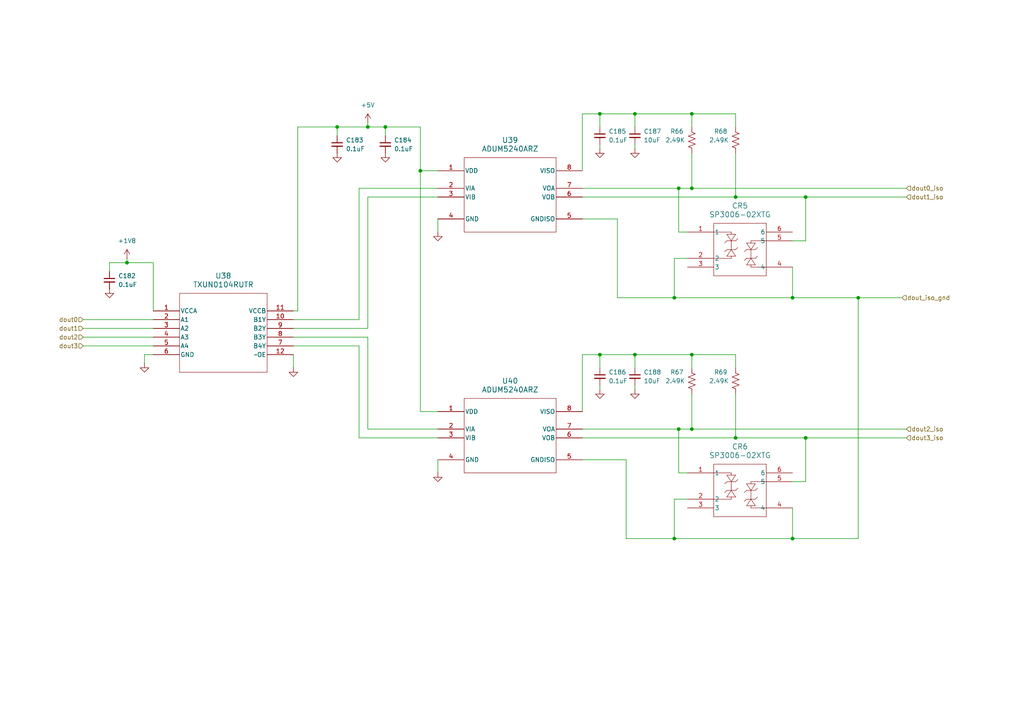
<source format=kicad_sch>
(kicad_sch (version 20250114) (generator "eeschema") (generator_version "9.0")
  (paper "A4")
  (lib_symbols
    (symbol "Device:C_Small" (pin_numbers (hide yes)) (pin_names (offset 0.254) (hide yes))
      (property "Reference" "C" (at 0.254 1.778 0))
      (property "Value" "C_Small" (at 0.254 -2.032 0))
      (symbol "C_Small_0_1"
        (polyline (pts (xy -1.524 0.508) (xy 1.524 0.508)) (stroke (width 0.3048)))
        (polyline (pts (xy -1.524 -0.508) (xy 1.524 -0.508)) (stroke (width 0.3302)))
      )
      (symbol "C_Small_1_1"
        (pin passive line (at 0 2.54 270) (length 2.032) (name "~") (number "1"))
        (pin passive line (at 0 -2.54 90) (length 2.032) (name "~") (number "2"))
      )
    )
    (symbol "Device:R_US" (pin_numbers (hide yes)) (pin_names (offset 0))
      (property "Reference" "R" (at 2.54 0 90))
      (property "Value" "R_US" (at -2.54 0 90))
      (symbol "R_US_0_1"
        (polyline (pts (xy 0 2.286) (xy 0 2.54)))
        (polyline (pts (xy 0 2.286) (xy 1.016 1.905) (xy 0 1.524) (xy -1.016 1.143) (xy 0 0.762)))
        (polyline (pts (xy 0 0.762) (xy 1.016 0.381) (xy 0 0) (xy -1.016 -0.381) (xy 0 -0.762)))
        (polyline (pts (xy 0 -0.762) (xy 1.016 -1.143) (xy 0 -1.524) (xy -1.016 -1.905) (xy 0 -2.286)))
        (polyline (pts (xy 0 -2.286) (xy 0 -2.54)))
      )
      (symbol "R_US_1_1"
        (pin passive line (at 0 3.81 270) (length 1.27) (name "~") (number "1"))
        (pin passive line (at 0 -3.81 90) (length 1.27) (name "~") (number "2"))
      )
    )
    (symbol "PSC:ADUM5240ARZ" (pin_names (offset 0.254))
      (property "Reference" "U" (at 19.558 9.652 0))
      (property "Value" "ADUM5240ARZ" (at 21.082 7.112 0))
      (symbol "ADUM5240ARZ_0_1"
        (polyline (pts (xy 7.62 5.08) (xy 7.62 -16.51)) (stroke (width 0.127)))
        (polyline (pts (xy 7.62 -16.51) (xy 34.29 -16.51)) (stroke (width 0.127)))
        (polyline (pts (xy 34.29 5.08) (xy 7.62 5.08)) (stroke (width 0.127)))
        (polyline (pts (xy 34.29 -16.51) (xy 34.29 5.08)) (stroke (width 0.127)))
        (pin unspecified line (at 0 1.27 0) (length 7.62) (name "VDD") (number "1"))
        (pin unspecified line (at 41.91 1.27 180) (length 7.62) (name "VISO") (number "8"))
        (pin unspecified line (at 41.91 -12.7 180) (length 7.62) (name "GNDISO") (number "5"))
      )
      (symbol "ADUM5240ARZ_1_1"
        (pin unspecified line (at 0 -3.81 0) (length 7.62) (name "VIA") (number "2"))
        (pin unspecified line (at 0 -6.35 0) (length 7.62) (name "VIB") (number "3"))
        (pin unspecified line (at 0 -12.7 0) (length 7.62) (name "GND") (number "4"))
        (pin unspecified line (at 41.91 -3.81 180) (length 7.62) (name "VOA") (number "7"))
        (pin unspecified line (at 41.91 -6.35 180) (length 7.62) (name "VOB") (number "6"))
      )
    )
    (symbol "PSC:SP3006-02XTG" (pin_names (offset 0.254))
      (property "Reference" "CR" (at 20.32 7.62 0))
      (property "Value" "SP3006-02XTG" (at 20.32 5.08 0))
      (symbol "SP3006-02XTG_0_1"
        (polyline (pts (xy 12.7 2.54) (xy 12.7 -12.7)) (stroke (width 0.127)))
        (polyline (pts (xy 12.7 0) (xy 17.78 0)) (stroke (width 0.127)))
        (polyline (pts (xy 12.7 -7.62) (xy 17.78 -7.62)) (stroke (width 0.127)))
        (polyline (pts (xy 12.7 -12.7) (xy 27.94 -12.7)) (stroke (width 0.127)))
        (polyline (pts (xy 15.875 -3.175) (xy 16.51 -2.54)) (stroke (width 0.127)))
        (polyline (pts (xy 15.875 -5.715) (xy 16.51 -5.08)) (stroke (width 0.127)))
        (polyline (pts (xy 16.51 -0.635) (xy 17.78 -2.54)) (stroke (width 0.127)))
        (polyline (pts (xy 16.51 -5.08) (xy 19.05 -5.08)) (stroke (width 0.127)))
        (polyline (pts (xy 16.51 -6.985) (xy 19.05 -6.985)) (stroke (width 0.127)))
        (polyline (pts (xy 17.78 0) (xy 17.78 -0.635)) (stroke (width 0.127)))
        (polyline (pts (xy 17.78 -2.54) (xy 17.78 -5.08)) (stroke (width 0.127)))
        (polyline (pts (xy 17.78 -2.54) (xy 19.05 -0.635)) (stroke (width 0.127)))
        (polyline (pts (xy 17.78 -5.08) (xy 16.51 -6.985)) (stroke (width 0.127)))
        (polyline (pts (xy 17.78 -6.985) (xy 17.78 -7.62)) (stroke (width 0.127)))
        (polyline (pts (xy 19.05 -0.635) (xy 16.51 -0.635)) (stroke (width 0.127)))
        (polyline (pts (xy 19.05 -2.54) (xy 16.51 -2.54)) (stroke (width 0.127)))
        (polyline (pts (xy 19.05 -6.985) (xy 17.78 -5.08)) (stroke (width 0.127)))
        (polyline (pts (xy 19.685 -1.905) (xy 19.05 -2.54)) (stroke (width 0.127)))
        (polyline (pts (xy 19.685 -4.445) (xy 19.05 -5.08)) (stroke (width 0.127)))
        (polyline (pts (xy 21.59 -5.715) (xy 22.225 -5.08)) (stroke (width 0.127)))
        (polyline (pts (xy 21.59 -8.255) (xy 22.225 -7.62)) (stroke (width 0.127)))
        (polyline (pts (xy 22.225 -3.175) (xy 23.495 -5.08)) (stroke (width 0.127)))
        (polyline (pts (xy 22.225 -7.62) (xy 24.765 -7.62)) (stroke (width 0.127)))
        (polyline (pts (xy 22.225 -9.525) (xy 24.765 -9.525)) (stroke (width 0.127)))
        (polyline (pts (xy 23.495 -2.54) (xy 23.495 -3.175)) (stroke (width 0.127)))
        (polyline (pts (xy 23.495 -2.54) (xy 27.94 -2.54)) (stroke (width 0.127)))
        (polyline (pts (xy 23.495 -5.08) (xy 23.495 -7.62)) (stroke (width 0.127)))
        (polyline (pts (xy 23.495 -5.08) (xy 24.765 -3.175)) (stroke (width 0.127)))
        (polyline (pts (xy 23.495 -7.62) (xy 22.225 -9.525)) (stroke (width 0.127)))
        (polyline (pts (xy 23.495 -9.525) (xy 23.495 -10.16)) (stroke (width 0.127)))
        (polyline (pts (xy 24.765 -3.175) (xy 22.225 -3.175)) (stroke (width 0.127)))
        (polyline (pts (xy 24.765 -5.08) (xy 22.225 -5.08)) (stroke (width 0.127)))
        (polyline (pts (xy 24.765 -9.525) (xy 23.495 -7.62)) (stroke (width 0.127)))
        (polyline (pts (xy 25.4 -4.445) (xy 24.765 -5.08)) (stroke (width 0.127)))
        (polyline (pts (xy 25.4 -6.985) (xy 24.765 -7.62)) (stroke (width 0.127)))
        (polyline (pts (xy 27.94 2.54) (xy 12.7 2.54)) (stroke (width 0.127)))
        (polyline (pts (xy 27.94 -10.16) (xy 23.495 -10.16)) (stroke (width 0.127)))
        (polyline (pts (xy 27.94 -12.7) (xy 27.94 2.54)) (stroke (width 0.127)))
        (pin unspecified line (at 5.08 0 0) (length 7.62) (name "1") (number "1"))
        (pin unspecified line (at 5.08 -7.62 0) (length 7.62) (name "2") (number "2"))
        (pin unspecified line (at 5.08 -10.16 0) (length 7.62) (name "3") (number "3"))
        (pin unspecified line (at 35.56 0 180) (length 7.62) (name "6") (number "6"))
        (pin unspecified line (at 35.56 -2.54 180) (length 7.62) (name "5") (number "5"))
        (pin unspecified line (at 35.56 -10.16 180) (length 7.62) (name "4") (number "4"))
      )
    )
    (symbol "PSC:TXUN0104RUTR" (pin_names (offset 0.254))
      (property "Reference" "U" (at 20.32 10.16 0))
      (property "Value" "TXUN0104RUTR" (at 20.32 7.62 0))
      (symbol "TXUN0104RUTR_0_1"
        (polyline (pts (xy 7.62 5.08) (xy 7.62 -17.78)) (stroke (width 0.127)))
        (polyline (pts (xy 7.62 -17.78) (xy 33.02 -17.78)) (stroke (width 0.127)))
        (polyline (pts (xy 33.02 5.08) (xy 7.62 5.08)) (stroke (width 0.127)))
        (polyline (pts (xy 33.02 -17.78) (xy 33.02 5.08)) (stroke (width 0.127)))
        (pin power_in line (at 0 0 0) (length 7.62) (name "VCCA") (number "1"))
        (pin input line (at 0 -2.54 0) (length 7.62) (name "A1") (number "2"))
        (pin input line (at 0 -5.08 0) (length 7.62) (name "A2") (number "3"))
        (pin input line (at 0 -7.62 0) (length 7.62) (name "A3") (number "4"))
        (pin input line (at 0 -10.16 0) (length 7.62) (name "A4") (number "5"))
        (pin power_out line (at 0 -12.7 0) (length 7.62) (name "GND") (number "6"))
        (pin power_in line (at 40.64 0 180) (length 7.62) (name "VCCB") (number "11"))
        (pin output line (at 40.64 -2.54 180) (length 7.62) (name "B1Y") (number "10"))
        (pin output line (at 40.64 -5.08 180) (length 7.62) (name "B2Y") (number "9"))
        (pin output line (at 40.64 -7.62 180) (length 7.62) (name "B3Y") (number "8"))
        (pin output line (at 40.64 -10.16 180) (length 7.62) (name "B4Y") (number "7"))
      )
      (symbol "TXUN0104RUTR_1_1"
        (pin input line (at 40.64 -12.7 180) (length 7.62) (name "~OE") (number "12"))
      )
    )
    (symbol "power:+1V8" (power) (pin_numbers (hide yes)) (pin_names (offset 0) (hide yes))
      (property "Value" "+1V8" (at 0 3.556 0))
      (symbol "+1V8_0_1"
        (polyline (pts (xy -0.762 1.27) (xy 0 2.54)))
        (polyline (pts (xy 0 2.54) (xy 0.762 1.27)))
        (polyline (pts (xy 0 0) (xy 0 2.54)))
      )
      (symbol "+1V8_1_1"
        (pin power_in line (at 0 0 90) (length 0) (name "~") (number "1"))
      )
    )
    (symbol "power:+5V" (power) (pin_numbers (hide yes)) (pin_names (offset 0) (hide yes))
      (property "Value" "+5V" (at 0 3.556 0))
      (symbol "+5V_0_1"
        (polyline (pts (xy -0.762 1.27) (xy 0 2.54)))
        (polyline (pts (xy 0 2.54) (xy 0.762 1.27)))
        (polyline (pts (xy 0 0) (xy 0 2.54)))
      )
      (symbol "+5V_1_1"
        (pin power_in line (at 0 0 90) (length 0) (name "~") (number "1"))
      )
    )
    (symbol "power:GND" (power) (pin_numbers (hide yes)) (pin_names (offset 0) (hide yes))
      (property "Value" "GND" (at 0 -3.81 0))
      (symbol "GND_0_1"
        (polyline (pts (xy 0 0) (xy 0 -1.27) (xy 1.27 -1.27) (xy 0 -2.54) (xy -1.27 -1.27) (xy 0 -1.27)))
      )
      (symbol "GND_1_1"
        (pin power_in line (at 0 0 270) (length 0) (name "~") (number "1"))
      )
    )
  )
  (junction (at 200.66 124.46))
  (junction (at 106.68 36.83))
  (junction (at 233.68 127))
  (junction (at 213.36 127))
  (junction (at 36.83 76.2))
  (junction (at 229.87 156.21))
  (junction (at 196.85 54.61))
  (junction (at 213.36 57.15))
  (junction (at 195.58 156.21))
  (junction (at 196.85 124.46))
  (junction (at 200.66 33.02))
  (junction (at 195.58 86.36))
  (junction (at 248.92 86.36))
  (junction (at 184.15 33.02))
  (junction (at 97.79 36.83))
  (junction (at 200.66 102.87))
  (junction (at 121.92 49.53))
  (junction (at 200.66 54.61))
  (junction (at 233.68 57.15))
  (junction (at 173.99 102.87))
  (junction (at 229.87 86.36))
  (junction (at 173.99 33.02))
  (junction (at 111.76 36.83))
  (junction (at 184.15 102.87))
  (wire (pts (xy 121.92 119.38) (xy 121.92 49.53)))
  (wire (pts (xy 195.58 86.36) (xy 229.87 86.36)))
  (wire (pts (xy 104.14 92.71) (xy 104.14 54.61)))
  (wire (pts (xy 173.99 43.18) (xy 173.99 41.91)))
  (wire (pts (xy 200.66 106.68) (xy 200.66 102.87)))
  (wire (pts (xy 106.68 57.15) (xy 127 57.15)))
  (wire (pts (xy 127 133.35) (xy 127 137.16)))
  (wire (pts (xy 85.09 97.79) (xy 106.68 97.79)))
  (wire (pts (xy 184.15 33.02) (xy 200.66 33.02)))
  (wire (pts (xy 184.15 102.87) (xy 184.15 106.68)))
  (wire (pts (xy 184.15 113.03) (xy 184.15 111.76)))
  (wire (pts (xy 24.13 100.33) (xy 44.45 100.33)))
  (wire (pts (xy 168.91 119.38) (xy 168.91 102.87)))
  (wire (pts (xy 168.91 127) (xy 213.36 127)))
  (wire (pts (xy 168.91 49.53) (xy 168.91 33.02)))
  (wire (pts (xy 200.66 114.3) (xy 200.66 124.46)))
  (wire (pts (xy 200.66 36.83) (xy 200.66 33.02)))
  (wire (pts (xy 31.75 78.74) (xy 31.75 76.2)))
  (wire (pts (xy 233.68 69.85) (xy 233.68 57.15)))
  (wire (pts (xy 196.85 124.46) (xy 196.85 137.16)))
  (wire (pts (xy 229.87 147.32) (xy 229.87 156.21)))
  (wire (pts (xy 24.13 97.79) (xy 44.45 97.79)))
  (wire (pts (xy 85.09 95.25) (xy 106.68 95.25)))
  (wire (pts (xy 196.85 54.61) (xy 200.66 54.61)))
  (wire (pts (xy 213.36 33.02) (xy 213.36 36.83)))
  (wire (pts (xy 184.15 33.02) (xy 184.15 36.83)))
  (wire (pts (xy 85.09 102.87) (xy 85.09 106.68)))
  (wire (pts (xy 179.07 86.36) (xy 195.58 86.36)))
  (wire (pts (xy 168.91 63.5) (xy 179.07 63.5)))
  (wire (pts (xy 97.79 39.37) (xy 97.79 36.83)))
  (wire (pts (xy 104.14 127) (xy 127 127)))
  (wire (pts (xy 24.13 92.71) (xy 44.45 92.71)))
  (wire (pts (xy 111.76 36.83) (xy 111.76 39.37)))
  (wire (pts (xy 41.91 102.87) (xy 41.91 105.41)))
  (wire (pts (xy 173.99 33.02) (xy 173.99 36.83)))
  (wire (pts (xy 200.66 102.87) (xy 213.36 102.87)))
  (wire (pts (xy 213.36 44.45) (xy 213.36 57.15)))
  (wire (pts (xy 44.45 102.87) (xy 41.91 102.87)))
  (wire (pts (xy 184.15 43.18) (xy 184.15 41.91)))
  (wire (pts (xy 106.68 95.25) (xy 106.68 57.15)))
  (wire (pts (xy 199.39 144.78) (xy 195.58 144.78)))
  (wire (pts (xy 199.39 74.93) (xy 195.58 74.93)))
  (wire (pts (xy 97.79 36.83) (xy 106.68 36.83)))
  (wire (pts (xy 36.83 76.2) (xy 36.83 74.93)))
  (wire (pts (xy 44.45 76.2) (xy 36.83 76.2)))
  (wire (pts (xy 173.99 33.02) (xy 184.15 33.02)))
  (wire (pts (xy 229.87 69.85) (xy 233.68 69.85)))
  (wire (pts (xy 85.09 90.17) (xy 86.36 90.17)))
  (wire (pts (xy 106.68 35.56) (xy 106.68 36.83)))
  (wire (pts (xy 213.36 57.15) (xy 233.68 57.15)))
  (wire (pts (xy 127 119.38) (xy 121.92 119.38)))
  (wire (pts (xy 173.99 102.87) (xy 184.15 102.87)))
  (wire (pts (xy 213.36 127) (xy 233.68 127)))
  (wire (pts (xy 200.66 44.45) (xy 200.66 54.61)))
  (wire (pts (xy 85.09 100.33) (xy 104.14 100.33)))
  (wire (pts (xy 111.76 36.83) (xy 121.92 36.83)))
  (wire (pts (xy 233.68 127) (xy 262.89 127)))
  (wire (pts (xy 85.09 92.71) (xy 104.14 92.71)))
  (wire (pts (xy 179.07 63.5) (xy 179.07 86.36)))
  (wire (pts (xy 106.68 36.83) (xy 111.76 36.83)))
  (wire (pts (xy 200.66 33.02) (xy 213.36 33.02)))
  (wire (pts (xy 229.87 86.36) (xy 248.92 86.36)))
  (wire (pts (xy 121.92 49.53) (xy 127 49.53)))
  (wire (pts (xy 196.85 124.46) (xy 200.66 124.46)))
  (wire (pts (xy 24.13 95.25) (xy 44.45 95.25)))
  (wire (pts (xy 184.15 102.87) (xy 200.66 102.87)))
  (wire (pts (xy 168.91 124.46) (xy 196.85 124.46)))
  (wire (pts (xy 104.14 54.61) (xy 127 54.61)))
  (wire (pts (xy 248.92 156.21) (xy 248.92 86.36)))
  (wire (pts (xy 181.61 156.21) (xy 195.58 156.21)))
  (wire (pts (xy 106.68 97.79) (xy 106.68 124.46)))
  (wire (pts (xy 233.68 139.7) (xy 233.68 127)))
  (wire (pts (xy 181.61 133.35) (xy 181.61 156.21)))
  (wire (pts (xy 106.68 124.46) (xy 127 124.46)))
  (wire (pts (xy 213.36 102.87) (xy 213.36 106.68)))
  (wire (pts (xy 195.58 156.21) (xy 229.87 156.21)))
  (wire (pts (xy 200.66 124.46) (xy 262.89 124.46)))
  (wire (pts (xy 248.92 86.36) (xy 261.62 86.36)))
  (wire (pts (xy 44.45 90.17) (xy 44.45 76.2)))
  (wire (pts (xy 31.75 76.2) (xy 36.83 76.2)))
  (wire (pts (xy 200.66 54.61) (xy 262.89 54.61)))
  (wire (pts (xy 173.99 102.87) (xy 173.99 106.68)))
  (wire (pts (xy 127 63.5) (xy 127 67.31)))
  (wire (pts (xy 86.36 36.83) (xy 97.79 36.83)))
  (wire (pts (xy 168.91 57.15) (xy 213.36 57.15)))
  (wire (pts (xy 195.58 74.93) (xy 195.58 86.36)))
  (wire (pts (xy 196.85 54.61) (xy 196.85 67.31)))
  (wire (pts (xy 104.14 100.33) (xy 104.14 127)))
  (wire (pts (xy 168.91 54.61) (xy 196.85 54.61)))
  (wire (pts (xy 199.39 67.31) (xy 196.85 67.31)))
  (wire (pts (xy 199.39 137.16) (xy 196.85 137.16)))
  (wire (pts (xy 229.87 77.47) (xy 229.87 86.36)))
  (wire (pts (xy 213.36 114.3) (xy 213.36 127)))
  (wire (pts (xy 229.87 139.7) (xy 233.68 139.7)))
  (wire (pts (xy 233.68 57.15) (xy 262.89 57.15)))
  (wire (pts (xy 168.91 33.02) (xy 173.99 33.02)))
  (wire (pts (xy 86.36 90.17) (xy 86.36 36.83)))
  (wire (pts (xy 195.58 144.78) (xy 195.58 156.21)))
  (wire (pts (xy 168.91 102.87) (xy 173.99 102.87)))
  (wire (pts (xy 173.99 113.03) (xy 173.99 111.76)))
  (wire (pts (xy 229.87 156.21) (xy 248.92 156.21)))
  (wire (pts (xy 121.92 49.53) (xy 121.92 36.83)))
  (wire (pts (xy 168.91 133.35) (xy 181.61 133.35)))
  (hierarchical_label "dout0" (shape input) (at 24.13 92.71 180))
  (hierarchical_label "dout1_iso" (shape input) (at 262.89 57.15 0))
  (hierarchical_label "dout_iso_gnd" (shape input) (at 261.62 86.36 0))
  (hierarchical_label "dout1" (shape input) (at 24.13 95.25 180))
  (hierarchical_label "dout3" (shape input) (at 24.13 100.33 180))
  (hierarchical_label "dout2_iso" (shape input) (at 262.89 124.46 0))
  (hierarchical_label "dout0_iso" (shape input) (at 262.89 54.61 0))
  (hierarchical_label "dout2" (shape input) (at 24.13 97.79 180))
  (hierarchical_label "dout3_iso" (shape input) (at 262.89 127 0))
  (symbol (lib_id "Device:C_Small") (at 111.76 41.91 0) (unit 1)
    (property "Reference" "C184" (at 114.3 40.6462 0) (effects (justify left)))
    (property "Value" "0.1uF" (at 114.3 43.1862 0) (effects (justify left)))
    (property "Footprint" "Capacitor_SMD:C_0402_1005Metric" (effects (hide yes)))
    (property "Description" "Unpolarized capacitor, small symbol" (effects (hide yes)))
  )
  (symbol (lib_id "Device:C_Small") (at 31.75 81.28 0) (unit 1)
    (property "Reference" "C182" (at 34.29 80.0162 0) (effects (justify left)))
    (property "Value" "0.1uF" (at 34.29 82.5562 0) (effects (justify left)))
    (property "Footprint" "Capacitor_SMD:C_0402_1005Metric" (effects (hide yes)))
    (property "Description" "Unpolarized capacitor, small symbol" (effects (hide yes)))
  )
  (symbol (lib_id "power:GND") (at 31.75 83.82 0) (unit 1)
    (property "Reference" "#PWR0263" (effects (hide yes)))
    (property "Value" "GND" (effects (hide yes)))
    (property "Description" "Power symbol creates a global label with name \"GND\" , ground" (effects (hide yes)))
  )
  (symbol (lib_id "power:GND") (at 184.15 43.18 0) (unit 1)
    (property "Reference" "#PWR0274" (effects (hide yes)))
    (property "Value" "GND" (effects (hide yes)))
    (property "Description" "Power symbol creates a global label with name \"GND\" , ground" (effects (hide yes)))
  )
  (symbol (lib_id "power:GND") (at 85.09 106.68 0) (unit 1)
    (property "Reference" "#PWR0266" (effects (hide yes)))
    (property "Value" "GND" (effects (hide yes)))
    (property "Description" "Power symbol creates a global label with name \"GND\" , ground" (effects (hide yes)))
  )
  (symbol (lib_id "PSC:ADUM5240ARZ") (at 127 50.8 0) (unit 1)
    (property "Reference" "U39" (at 147.955 40.64 0) (effects (font (size 1.524 1.524))))
    (property "Value" "ADUM5240ARZ" (at 147.955 43.18 0) (effects (font (size 1.524 1.524))))
    (property "Footprint" "myparts:R_8_ADI" (effects (hide yes)))
    (property "Datasheet" "https://www.analog.com/media/en/technical-documentation/data-sheets/ADUM5240_5241_5242.pdf" (effects (hide yes)))
  )
  (symbol (lib_id "power:GND") (at 184.15 113.03 0) (unit 1)
    (property "Reference" "#PWR0275" (effects (hide yes)))
    (property "Value" "GND" (effects (hide yes)))
    (property "Description" "Power symbol creates a global label with name \"GND\" , ground" (effects (hide yes)))
  )
  (symbol (lib_id "Device:C_Small") (at 173.99 109.22 0) (unit 1)
    (property "Reference" "C186" (at 176.53 107.9562 0) (effects (justify left)))
    (property "Value" "0.1uF" (at 176.53 110.4962 0) (effects (justify left)))
    (property "Footprint" "Capacitor_SMD:C_0402_1005Metric" (effects (hide yes)))
    (property "Description" "Unpolarized capacitor, small symbol" (effects (hide yes)))
  )
  (symbol (lib_id "power:GND") (at 127 67.31 0) (unit 1)
    (property "Reference" "#PWR0270" (effects (hide yes)))
    (property "Value" "GND" (effects (hide yes)))
    (property "Description" "Power symbol creates a global label with name \"GND\" , ground" (effects (hide yes)))
  )
  (symbol (lib_id "PSC:SP3006-02XTG") (at 194.31 137.16 0) (unit 1)
    (property "Reference" "CR6" (at 214.63 129.54 0) (effects (font (size 1.524 1.524))))
    (property "Value" "SP3006-02XTG" (at 214.63 132.08 0) (effects (font (size 1.524 1.524))))
    (property "Footprint" "myparts:SOT563_LTF" (effects (hide yes)))
    (property "Datasheet" "SP3006-02XTG" (effects (hide yes)))
  )
  (symbol (lib_id "power:GND") (at 173.99 43.18 0) (unit 1)
    (property "Reference" "#PWR0272" (effects (hide yes)))
    (property "Value" "GND" (effects (hide yes)))
    (property "Description" "Power symbol creates a global label with name \"GND\" , ground" (effects (hide yes)))
  )
  (symbol (lib_id "Device:R_US") (at 200.66 40.64 180) (unit 1)
    (property "Reference" "R66" (at 196.342 38.1 0))
    (property "Value" "2.49K" (at 195.834 40.64 0))
    (property "Footprint" "Resistor_SMD:R_0402_1005Metric" (effects (hide yes)))
    (property "Description" "Resistor, US symbol" (effects (hide yes)))
    (property "Tolerance" "1%" (effects (hide yes)))
  )
  (symbol (lib_id "Device:C_Small") (at 97.79 41.91 0) (unit 1)
    (property "Reference" "C183" (at 100.33 40.6462 0) (effects (justify left)))
    (property "Value" "0.1uF" (at 100.33 43.1862 0) (effects (justify left)))
    (property "Footprint" "Capacitor_SMD:C_0402_1005Metric" (effects (hide yes)))
    (property "Description" "Unpolarized capacitor, small symbol" (effects (hide yes)))
  )
  (symbol (lib_id "Device:C_Small") (at 184.15 39.37 0) (unit 1)
    (property "Reference" "C187" (at 186.69 38.1062 0) (effects (justify left)))
    (property "Value" "10uF" (at 186.69 40.6462 0) (effects (justify left)))
    (property "Footprint" "Capacitor_SMD:C_0603_1608Metric" (effects (hide yes)))
    (property "Description" "Unpolarized capacitor, small symbol" (effects (hide yes)))
    (property "Voltage" "25V" (effects (hide yes)))
  )
  (symbol (lib_id "Device:C_Small") (at 184.15 109.22 0) (unit 1)
    (property "Reference" "C188" (at 186.69 107.9562 0) (effects (justify left)))
    (property "Value" "10uF" (at 186.69 110.4962 0) (effects (justify left)))
    (property "Footprint" "Capacitor_SMD:C_0603_1608Metric" (effects (hide yes)))
    (property "Description" "Unpolarized capacitor, small symbol" (effects (hide yes)))
    (property "Voltage" "25V" (effects (hide yes)))
  )
  (symbol (lib_id "Device:R_US") (at 200.66 110.49 180) (unit 1)
    (property "Reference" "R67" (at 196.342 107.95 0))
    (property "Value" "2.49K" (at 195.834 110.49 0))
    (property "Footprint" "Resistor_SMD:R_0402_1005Metric" (effects (hide yes)))
    (property "Description" "Resistor, US symbol" (effects (hide yes)))
    (property "Tolerance" "1%" (effects (hide yes)))
  )
  (symbol (lib_id "Device:R_US") (at 213.36 110.49 180) (unit 1)
    (property "Reference" "R69" (at 209.042 107.95 0))
    (property "Value" "2.49K" (at 208.534 110.49 0))
    (property "Footprint" "Resistor_SMD:R_0402_1005Metric" (effects (hide yes)))
    (property "Description" "Resistor, US symbol" (effects (hide yes)))
    (property "Tolerance" "1%" (effects (hide yes)))
  )
  (symbol (lib_id "power:+1V8") (at 36.83 74.93 0) (unit 1)
    (property "Reference" "#PWR0264" (effects (hide yes)))
    (property "Value" "+1V8" (at 36.83 69.85 0))
    (property "Description" "Power symbol creates a global label with name \"+1V8\"" (effects (hide yes)))
  )
  (symbol (lib_id "PSC:TXUN0104RUTR") (at 44.45 90.17 0) (unit 1)
    (property "Reference" "U38" (at 64.77 80.01 0) (effects (font (size 1.524 1.524))))
    (property "Value" "TXUN0104RUTR" (at 64.77 82.55 0) (effects (font (size 1.524 1.524))))
    (property "Footprint" "myparts:PQFP12_RUT_TEX" (effects (hide yes)))
    (property "Datasheet" "https://www.ti.com/lit/gpn/txu0104" (effects (hide yes)))
  )
  (symbol (lib_id "power:GND") (at 111.76 44.45 0) (unit 1)
    (property "Reference" "#PWR0269" (effects (hide yes)))
    (property "Value" "GND" (effects (hide yes)))
    (property "Description" "Power symbol creates a global label with name \"GND\" , ground" (effects (hide yes)))
  )
  (symbol (lib_id "PSC:SP3006-02XTG") (at 194.31 67.31 0) (unit 1)
    (property "Reference" "CR5" (at 214.63 59.69 0) (effects (font (size 1.524 1.524))))
    (property "Value" "SP3006-02XTG" (at 214.63 62.23 0) (effects (font (size 1.524 1.524))))
    (property "Footprint" "myparts:SOT563_LTF" (effects (hide yes)))
    (property "Datasheet" "SP3006-02XTG" (effects (hide yes)))
  )
  (symbol (lib_id "PSC:ADUM5240ARZ") (at 127 120.65 0) (unit 1)
    (property "Reference" "U40" (at 147.955 110.49 0) (effects (font (size 1.524 1.524))))
    (property "Value" "ADUM5240ARZ" (at 147.955 113.03 0) (effects (font (size 1.524 1.524))))
    (property "Footprint" "myparts:R_8_ADI" (effects (hide yes)))
    (property "Datasheet" "https://www.analog.com/media/en/technical-documentation/data-sheets/ADUM5240_5241_5242.pdf" (effects (hide yes)))
  )
  (symbol (lib_id "power:GND") (at 127 137.16 0) (unit 1)
    (property "Reference" "#PWR0271" (effects (hide yes)))
    (property "Value" "GND" (effects (hide yes)))
    (property "Description" "Power symbol creates a global label with name \"GND\" , ground" (effects (hide yes)))
  )
  (symbol (lib_id "power:GND") (at 97.79 44.45 0) (unit 1)
    (property "Reference" "#PWR0267" (effects (hide yes)))
    (property "Value" "GND" (effects (hide yes)))
    (property "Description" "Power symbol creates a global label with name \"GND\" , ground" (effects (hide yes)))
  )
  (symbol (lib_id "power:GND") (at 173.99 113.03 0) (unit 1)
    (property "Reference" "#PWR0273" (effects (hide yes)))
    (property "Value" "GND" (effects (hide yes)))
    (property "Description" "Power symbol creates a global label with name \"GND\" , ground" (effects (hide yes)))
  )
  (symbol (lib_id "power:+5V") (at 106.68 35.56 0) (unit 1)
    (property "Reference" "#PWR0268" (effects (hide yes)))
    (property "Value" "+5V" (at 106.68 30.48 0))
    (property "Description" "Power symbol creates a global label with name \"+5V\"" (effects (hide yes)))
  )
  (symbol (lib_id "power:GND") (at 41.91 105.41 0) (unit 1)
    (property "Reference" "#PWR0265" (effects (hide yes)))
    (property "Value" "GND" (effects (hide yes)))
    (property "Description" "Power symbol creates a global label with name \"GND\" , ground" (effects (hide yes)))
  )
  (symbol (lib_id "Device:C_Small") (at 173.99 39.37 0) (unit 1)
    (property "Reference" "C185" (at 176.53 38.1062 0) (effects (justify left)))
    (property "Value" "0.1uF" (at 176.53 40.6462 0) (effects (justify left)))
    (property "Footprint" "Capacitor_SMD:C_0402_1005Metric" (effects (hide yes)))
    (property "Description" "Unpolarized capacitor, small symbol" (effects (hide yes)))
  )
  (symbol (lib_id "Device:R_US") (at 213.36 40.64 180) (unit 1)
    (property "Reference" "R68" (at 209.042 38.1 0))
    (property "Value" "2.49K" (at 208.534 40.64 0))
    (property "Footprint" "Resistor_SMD:R_0402_1005Metric" (effects (hide yes)))
    (property "Description" "Resistor, US symbol" (effects (hide yes)))
    (property "Tolerance" "1%" (effects (hide yes)))
  )
)
</source>
